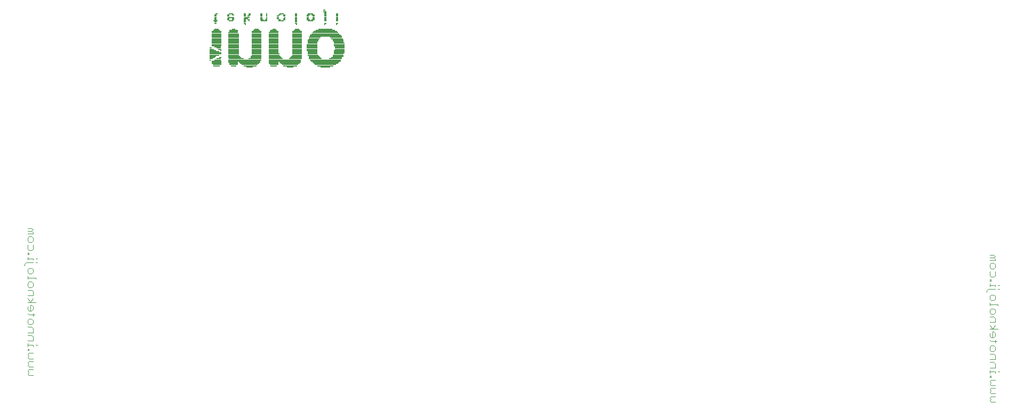
<source format=gbo>
G75*
%MOIN*%
%OFA0B0*%
%FSLAX25Y25*%
%IPPOS*%
%LPD*%
%AMOC8*
5,1,8,0,0,1.08239X$1,22.5*
%
%ADD10C,0.00400*%
%ADD11R,0.01480X0.00740*%
%ADD12R,0.02220X0.00740*%
%ADD13R,0.01480X0.00740*%
%ADD14R,0.02960X0.00740*%
%ADD15R,0.00740X0.00740*%
%ADD16R,0.03700X0.00740*%
%ADD17R,0.04441X0.00740*%
%ADD18R,0.03700X0.00740*%
%ADD19R,0.04440X0.00740*%
%ADD20R,0.00740X0.00740*%
%ADD21R,0.02960X0.00740*%
%ADD22R,0.08881X0.00740*%
%ADD23R,0.05180X0.00740*%
%ADD24R,0.11841X0.00740*%
%ADD25R,0.05920X0.00740*%
%ADD26R,0.05180X0.00740*%
%ADD27R,0.05920X0.00740*%
%ADD28R,0.14801X0.00740*%
%ADD29R,0.16281X0.00740*%
%ADD30R,0.06660X0.00740*%
%ADD31R,0.17761X0.00740*%
%ADD32R,0.19241X0.00740*%
%ADD33R,0.19981X0.00740*%
%ADD34R,0.07400X0.00740*%
%ADD35R,0.06661X0.00740*%
%ADD36R,0.08141X0.00740*%
%ADD37R,0.08140X0.00740*%
%ADD38R,0.09620X0.00740*%
%ADD39R,0.08880X0.00740*%
%ADD40R,0.20721X0.00740*%
%ADD41R,0.18501X0.00740*%
%ADD42R,0.13321X0.00740*%
%ADD43R,0.17021X0.00740*%
%ADD44R,0.15541X0.00740*%
%ADD45R,0.10361X0.00740*%
D10*
X0010414Y0156157D02*
X0009547Y0157024D01*
X0010414Y0157892D01*
X0009547Y0158759D01*
X0010414Y0159626D01*
X0013017Y0159626D01*
X0013017Y0161313D02*
X0010414Y0161313D01*
X0009547Y0162181D01*
X0010414Y0163048D01*
X0009547Y0163915D01*
X0010414Y0164783D01*
X0013017Y0164783D01*
X0013017Y0166470D02*
X0010414Y0166470D01*
X0009547Y0167337D01*
X0010414Y0168204D01*
X0009547Y0169072D01*
X0010414Y0169939D01*
X0013017Y0169939D01*
X0010414Y0171626D02*
X0010414Y0172493D01*
X0009547Y0172493D01*
X0009547Y0171626D01*
X0010414Y0171626D01*
X0009547Y0174204D02*
X0009547Y0175939D01*
X0009547Y0175072D02*
X0013017Y0175072D01*
X0013017Y0174204D01*
X0014751Y0175072D02*
X0015619Y0175072D01*
X0013017Y0177642D02*
X0009547Y0177642D01*
X0009547Y0181111D02*
X0012149Y0181111D01*
X0013017Y0180244D01*
X0013017Y0177642D01*
X0013017Y0182798D02*
X0009547Y0182798D01*
X0013017Y0182798D02*
X0013017Y0185400D01*
X0012149Y0186268D01*
X0009547Y0186268D01*
X0010414Y0187955D02*
X0009547Y0188822D01*
X0009547Y0190557D01*
X0010414Y0191424D01*
X0012149Y0191424D01*
X0013017Y0190557D01*
X0013017Y0188822D01*
X0012149Y0187955D01*
X0010414Y0187955D01*
X0013017Y0193111D02*
X0013017Y0194846D01*
X0013884Y0193978D02*
X0010414Y0193978D01*
X0009547Y0194846D01*
X0010414Y0196549D02*
X0012149Y0196549D01*
X0013017Y0197416D01*
X0013017Y0199151D01*
X0012149Y0200018D01*
X0011282Y0200018D01*
X0011282Y0196549D01*
X0010414Y0196549D02*
X0009547Y0197416D01*
X0009547Y0199151D01*
X0009547Y0201705D02*
X0014751Y0201705D01*
X0013017Y0204307D02*
X0011282Y0201705D01*
X0009547Y0204307D01*
X0009547Y0206002D02*
X0013017Y0206002D01*
X0013017Y0208604D01*
X0012149Y0209472D01*
X0009547Y0209472D01*
X0010414Y0211158D02*
X0009547Y0212026D01*
X0009547Y0213761D01*
X0010414Y0214628D01*
X0012149Y0214628D01*
X0013017Y0213761D01*
X0013017Y0212026D01*
X0012149Y0211158D01*
X0010414Y0211158D01*
X0009547Y0216315D02*
X0009547Y0218050D01*
X0009547Y0217182D02*
X0014751Y0217182D01*
X0014751Y0216315D01*
X0012149Y0219752D02*
X0010414Y0219752D01*
X0009547Y0220620D01*
X0009547Y0222355D01*
X0010414Y0223222D01*
X0012149Y0223222D01*
X0013017Y0222355D01*
X0013017Y0220620D01*
X0012149Y0219752D01*
X0007812Y0224909D02*
X0007812Y0225776D01*
X0008680Y0226644D01*
X0013017Y0226644D01*
X0013017Y0228346D02*
X0013017Y0229214D01*
X0009547Y0229214D01*
X0009547Y0230081D02*
X0009547Y0228346D01*
X0009547Y0231784D02*
X0009547Y0232651D01*
X0010414Y0232651D01*
X0010414Y0231784D01*
X0009547Y0231784D01*
X0010414Y0234362D02*
X0009547Y0235230D01*
X0009547Y0237832D01*
X0010414Y0239519D02*
X0009547Y0240386D01*
X0009547Y0242121D01*
X0010414Y0242988D01*
X0012149Y0242988D01*
X0013017Y0242121D01*
X0013017Y0240386D01*
X0012149Y0239519D01*
X0010414Y0239519D01*
X0013017Y0237832D02*
X0013017Y0235230D01*
X0012149Y0234362D01*
X0010414Y0234362D01*
X0014751Y0229214D02*
X0015619Y0229214D01*
X0015619Y0226644D02*
X0014751Y0226644D01*
X0013017Y0244675D02*
X0009547Y0244675D01*
X0009547Y0246410D02*
X0012149Y0246410D01*
X0013017Y0247277D01*
X0012149Y0248145D01*
X0009547Y0248145D01*
X0012149Y0246410D02*
X0013017Y0245542D01*
X0013017Y0244675D01*
X0013017Y0156157D02*
X0010414Y0156157D01*
X0609190Y0208176D02*
X0609190Y0209044D01*
X0610058Y0209911D01*
X0614395Y0209911D01*
X0614395Y0211614D02*
X0614395Y0212481D01*
X0610925Y0212481D01*
X0610925Y0211614D02*
X0610925Y0213349D01*
X0610925Y0215052D02*
X0610925Y0215919D01*
X0611792Y0215919D01*
X0611792Y0215052D01*
X0610925Y0215052D01*
X0611792Y0217630D02*
X0610925Y0218497D01*
X0610925Y0221099D01*
X0611792Y0222786D02*
X0610925Y0223654D01*
X0610925Y0225388D01*
X0611792Y0226256D01*
X0613527Y0226256D01*
X0614395Y0225388D01*
X0614395Y0223654D01*
X0613527Y0222786D01*
X0611792Y0222786D01*
X0614395Y0221099D02*
X0614395Y0218497D01*
X0613527Y0217630D01*
X0611792Y0217630D01*
X0616129Y0212481D02*
X0616997Y0212481D01*
X0616997Y0209911D02*
X0616129Y0209911D01*
X0613527Y0206490D02*
X0614395Y0205622D01*
X0614395Y0203887D01*
X0613527Y0203020D01*
X0611792Y0203020D01*
X0610925Y0203887D01*
X0610925Y0205622D01*
X0611792Y0206490D01*
X0613527Y0206490D01*
X0610925Y0201317D02*
X0610925Y0199582D01*
X0610925Y0200450D02*
X0616129Y0200450D01*
X0616129Y0199582D01*
X0614395Y0197028D02*
X0614395Y0195293D01*
X0613527Y0194426D01*
X0611792Y0194426D01*
X0610925Y0195293D01*
X0610925Y0197028D01*
X0611792Y0197896D01*
X0613527Y0197896D01*
X0614395Y0197028D01*
X0613527Y0192739D02*
X0610925Y0192739D01*
X0613527Y0192739D02*
X0614395Y0191872D01*
X0614395Y0189270D01*
X0610925Y0189270D01*
X0610925Y0187575D02*
X0612660Y0184973D01*
X0614395Y0187575D01*
X0616129Y0184973D02*
X0610925Y0184973D01*
X0612660Y0183286D02*
X0612660Y0179816D01*
X0613527Y0179816D02*
X0614395Y0180684D01*
X0614395Y0182418D01*
X0613527Y0183286D01*
X0612660Y0183286D01*
X0610925Y0182418D02*
X0610925Y0180684D01*
X0611792Y0179816D01*
X0613527Y0179816D01*
X0614395Y0178113D02*
X0614395Y0176379D01*
X0615262Y0177246D02*
X0611792Y0177246D01*
X0610925Y0178113D01*
X0611792Y0174692D02*
X0613527Y0174692D01*
X0614395Y0173824D01*
X0614395Y0172090D01*
X0613527Y0171222D01*
X0611792Y0171222D01*
X0610925Y0172090D01*
X0610925Y0173824D01*
X0611792Y0174692D01*
X0610925Y0169535D02*
X0613527Y0169535D01*
X0614395Y0168668D01*
X0614395Y0166066D01*
X0610925Y0166066D01*
X0610925Y0164379D02*
X0613527Y0164379D01*
X0614395Y0163512D01*
X0614395Y0160909D01*
X0610925Y0160909D01*
X0610925Y0159207D02*
X0610925Y0157472D01*
X0610925Y0158339D02*
X0614395Y0158339D01*
X0614395Y0157472D01*
X0616129Y0158339D02*
X0616997Y0158339D01*
X0614395Y0153207D02*
X0611792Y0153207D01*
X0610925Y0152339D01*
X0611792Y0151472D01*
X0610925Y0150605D01*
X0611792Y0149737D01*
X0614395Y0149737D01*
X0614395Y0148051D02*
X0611792Y0148051D01*
X0610925Y0147183D01*
X0611792Y0146316D01*
X0610925Y0145448D01*
X0611792Y0144581D01*
X0614395Y0144581D01*
X0614395Y0142894D02*
X0611792Y0142894D01*
X0610925Y0142027D01*
X0611792Y0141159D01*
X0610925Y0140292D01*
X0611792Y0139424D01*
X0614395Y0139424D01*
X0611792Y0154894D02*
X0611792Y0155761D01*
X0610925Y0155761D01*
X0610925Y0154894D01*
X0611792Y0154894D01*
X0610925Y0227943D02*
X0614395Y0227943D01*
X0614395Y0228810D01*
X0613527Y0229677D01*
X0614395Y0230545D01*
X0613527Y0231412D01*
X0610925Y0231412D01*
X0610925Y0229677D02*
X0613527Y0229677D01*
D11*
X0203176Y0376504D03*
X0203176Y0377984D03*
X0203176Y0378724D03*
X0203176Y0379464D03*
X0203176Y0380204D03*
X0203176Y0380944D03*
X0203176Y0381684D03*
X0203176Y0382424D03*
X0195776Y0382424D03*
X0195776Y0381684D03*
X0195776Y0380944D03*
X0195776Y0380204D03*
X0195776Y0379464D03*
X0195776Y0378724D03*
X0195776Y0377984D03*
X0195776Y0376504D03*
X0188375Y0379464D03*
X0188375Y0380204D03*
X0188375Y0380944D03*
X0195035Y0384644D03*
X0195776Y0383164D03*
X0166174Y0380944D03*
X0166174Y0380204D03*
X0166174Y0379464D03*
X0158774Y0378724D03*
X0155813Y0379464D03*
X0155813Y0380204D03*
X0155813Y0380944D03*
X0155813Y0381684D03*
X0155813Y0382424D03*
X0148413Y0382424D03*
X0148413Y0381684D03*
X0126952Y0381684D03*
X0126952Y0380944D03*
X0126952Y0380204D03*
X0126952Y0379464D03*
X0126952Y0378724D03*
X0126952Y0377244D03*
X0126952Y0376504D03*
X0123992Y0360963D03*
D12*
X0129542Y0360223D03*
X0124362Y0354303D03*
X0138422Y0372804D03*
X0156184Y0378724D03*
X0163584Y0372804D03*
X0185045Y0378724D03*
X0185045Y0381684D03*
X0188005Y0381684D03*
X0188005Y0378724D03*
X0195406Y0383904D03*
D13*
X0184675Y0380944D03*
X0184675Y0380204D03*
X0184675Y0379464D03*
X0177275Y0379464D03*
X0177275Y0378724D03*
X0177275Y0377984D03*
X0177275Y0377244D03*
X0177275Y0376504D03*
X0177275Y0380204D03*
X0177275Y0380944D03*
X0177275Y0381684D03*
X0177275Y0382424D03*
X0169874Y0381684D03*
X0169874Y0380944D03*
X0169874Y0379464D03*
X0169874Y0378724D03*
X0166914Y0378724D03*
X0166914Y0381684D03*
X0147673Y0380944D03*
X0145453Y0380944D03*
X0145453Y0381684D03*
X0145453Y0382424D03*
X0145453Y0378724D03*
X0145453Y0377984D03*
X0145453Y0377244D03*
X0145453Y0376504D03*
X0147673Y0378724D03*
X0138053Y0378724D03*
X0138053Y0379464D03*
X0138053Y0381684D03*
X0135092Y0381684D03*
X0135092Y0380944D03*
X0135092Y0379464D03*
X0135092Y0378724D03*
X0127692Y0382424D03*
X0129912Y0355043D03*
D14*
X0129172Y0354303D03*
X0129172Y0360963D03*
X0124732Y0360223D03*
X0126952Y0377984D03*
X0136572Y0377984D03*
X0136572Y0382424D03*
X0146193Y0379464D03*
X0152853Y0372804D03*
X0168394Y0382424D03*
X0178015Y0372804D03*
D15*
X0177645Y0375764D03*
X0170244Y0380204D03*
X0159144Y0380204D03*
X0159144Y0379464D03*
X0159144Y0380944D03*
X0159144Y0381684D03*
X0159144Y0382424D03*
X0148043Y0377984D03*
X0145823Y0375764D03*
X0130282Y0359483D03*
X0123622Y0353563D03*
D16*
X0125102Y0355043D03*
X0186525Y0377984D03*
X0186525Y0382424D03*
D17*
X0178015Y0372064D03*
X0136572Y0380204D03*
D18*
X0146563Y0380204D03*
X0168024Y0377984D03*
X0138422Y0349862D03*
D19*
X0128432Y0353563D03*
X0125472Y0355783D03*
X0125472Y0359483D03*
X0128432Y0361703D03*
X0127692Y0372064D03*
X0127692Y0349862D03*
X0148413Y0349122D03*
X0163214Y0349862D03*
X0173574Y0349122D03*
X0163214Y0372064D03*
X0152853Y0372064D03*
X0157294Y0377984D03*
D20*
X0195406Y0375764D03*
X0202806Y0375764D03*
D21*
X0127692Y0372804D03*
D22*
X0173574Y0349862D03*
X0195776Y0372804D03*
D23*
X0138423Y0372064D03*
X0138423Y0371324D03*
X0138423Y0351343D03*
X0138423Y0350602D03*
X0128062Y0350602D03*
D24*
X0148413Y0351343D03*
X0173574Y0351343D03*
X0195776Y0372064D03*
D25*
X0203916Y0364663D03*
X0204656Y0361703D03*
X0204656Y0360963D03*
X0204656Y0360223D03*
X0203916Y0357263D03*
X0152853Y0357263D03*
X0152853Y0358003D03*
X0152853Y0358743D03*
X0152853Y0359483D03*
X0152853Y0360223D03*
X0152853Y0360963D03*
X0152853Y0361703D03*
X0152853Y0362443D03*
X0152853Y0363183D03*
X0152853Y0363923D03*
X0152853Y0364663D03*
X0152853Y0365403D03*
X0152853Y0366143D03*
X0152853Y0366883D03*
X0152853Y0367623D03*
X0152853Y0368363D03*
X0152853Y0369103D03*
X0152853Y0369843D03*
X0152853Y0370584D03*
X0152853Y0371324D03*
X0152853Y0356523D03*
X0138053Y0352083D03*
X0127692Y0352083D03*
X0127692Y0352823D03*
X0127692Y0351343D03*
X0127692Y0362443D03*
X0127692Y0363183D03*
X0127692Y0363923D03*
X0127692Y0364663D03*
X0127692Y0365403D03*
X0127692Y0366143D03*
X0127692Y0366883D03*
X0127692Y0367623D03*
X0127692Y0368363D03*
X0127692Y0369103D03*
X0127692Y0369843D03*
X0127692Y0370584D03*
X0127692Y0371324D03*
X0138053Y0370584D03*
D26*
X0163584Y0371324D03*
X0163584Y0350602D03*
D27*
X0163214Y0351343D03*
X0163214Y0352083D03*
X0163214Y0358003D03*
X0163214Y0358743D03*
X0163214Y0359483D03*
X0163214Y0360223D03*
X0163214Y0360963D03*
X0163214Y0361703D03*
X0163214Y0362443D03*
X0163214Y0363183D03*
X0163214Y0363923D03*
X0163214Y0364663D03*
X0163214Y0365403D03*
X0163214Y0366143D03*
X0163214Y0366883D03*
X0163214Y0367623D03*
X0163214Y0368363D03*
X0163214Y0369103D03*
X0163214Y0369843D03*
X0163214Y0370584D03*
X0178015Y0370584D03*
X0178015Y0371324D03*
X0178015Y0369843D03*
X0178015Y0369103D03*
X0178015Y0368363D03*
X0178015Y0367623D03*
X0178015Y0366883D03*
X0178015Y0366143D03*
X0178015Y0365403D03*
X0178015Y0364663D03*
X0178015Y0363923D03*
X0178015Y0363183D03*
X0178015Y0362443D03*
X0178015Y0361703D03*
X0178015Y0360963D03*
X0178015Y0360223D03*
X0178015Y0359483D03*
X0178015Y0358743D03*
X0178015Y0358003D03*
X0178015Y0357263D03*
X0178015Y0356523D03*
X0187635Y0357263D03*
X0187635Y0358003D03*
X0187635Y0358743D03*
X0187635Y0363923D03*
X0187635Y0364663D03*
X0195776Y0349122D03*
X0126212Y0356523D03*
X0126212Y0358743D03*
D28*
X0195775Y0371324D03*
D29*
X0195776Y0370584D03*
D30*
X0188745Y0366883D03*
X0188005Y0366143D03*
X0188005Y0365403D03*
X0187265Y0363183D03*
X0187265Y0362443D03*
X0187265Y0361703D03*
X0187265Y0360963D03*
X0187265Y0360223D03*
X0187265Y0359483D03*
X0188005Y0356523D03*
X0188745Y0355783D03*
X0177645Y0355783D03*
X0163584Y0356523D03*
X0163584Y0357263D03*
X0138422Y0357263D03*
X0138422Y0358003D03*
X0138422Y0358743D03*
X0138422Y0359483D03*
X0138422Y0360223D03*
X0138422Y0360963D03*
X0138422Y0361703D03*
X0138422Y0362443D03*
X0138422Y0363183D03*
X0138422Y0363923D03*
X0138422Y0364663D03*
X0138422Y0365403D03*
X0138422Y0366143D03*
X0138422Y0366883D03*
X0138422Y0367623D03*
X0138422Y0368363D03*
X0138422Y0369103D03*
X0138422Y0369843D03*
X0138422Y0356523D03*
X0202806Y0355043D03*
X0203546Y0355783D03*
X0203546Y0356523D03*
X0203546Y0365403D03*
X0203546Y0366143D03*
D31*
X0195776Y0369843D03*
D32*
X0195775Y0369103D03*
X0195775Y0353563D03*
D33*
X0196146Y0368363D03*
X0170244Y0353563D03*
X0170244Y0352823D03*
X0145083Y0352823D03*
D34*
X0138793Y0355783D03*
X0126952Y0357263D03*
X0126952Y0358003D03*
X0163954Y0355783D03*
X0177274Y0355043D03*
X0189115Y0355043D03*
X0189115Y0367623D03*
X0202436Y0367623D03*
X0203176Y0366883D03*
D35*
X0204286Y0363923D03*
X0204286Y0363183D03*
X0204286Y0362443D03*
X0204286Y0359483D03*
X0204286Y0358743D03*
X0204286Y0358003D03*
X0152483Y0355783D03*
X0152483Y0355043D03*
D36*
X0151743Y0354303D03*
X0148783Y0349862D03*
X0139163Y0355043D03*
X0202066Y0354303D03*
D37*
X0189485Y0354303D03*
X0176905Y0354303D03*
X0164324Y0355043D03*
D38*
X0139903Y0354303D03*
D39*
X0164694Y0354303D03*
D40*
X0145453Y0353563D03*
D41*
X0196146Y0352823D03*
D42*
X0195776Y0350602D03*
X0173574Y0352083D03*
X0148413Y0352083D03*
D43*
X0196146Y0352083D03*
D44*
X0196146Y0351343D03*
D45*
X0195775Y0349862D03*
X0173574Y0350602D03*
X0148413Y0350602D03*
M02*

</source>
